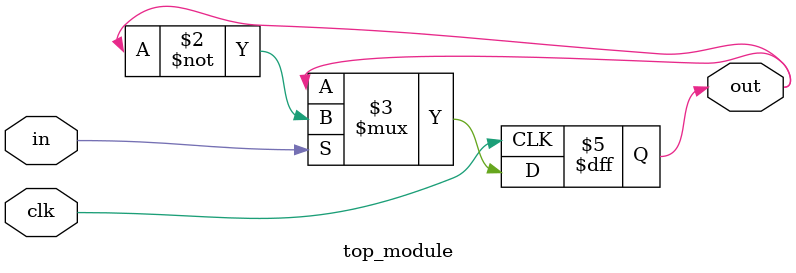
<source format=sv>
module top_module (
	input clk,
	input in,
	output logic out
);

always_ff @(posedge clk) begin
	if (in)
		out <= ~out; // toggle the output signal
end

endmodule

</source>
